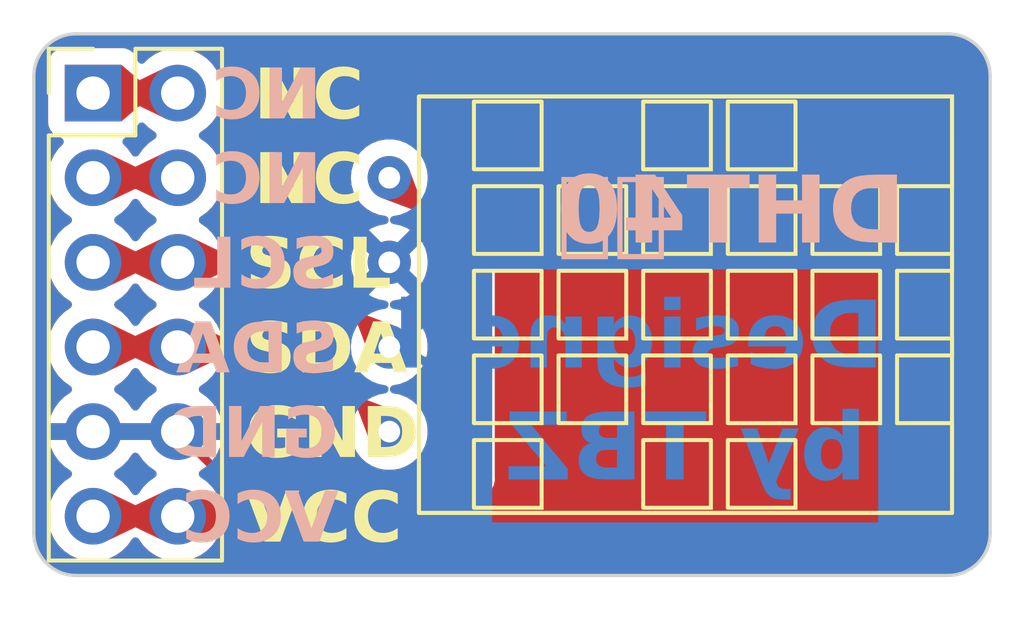
<source format=kicad_pcb>
(kicad_pcb (version 20221018) (generator pcbnew)
  (layers (0 "F.Cu" signal) (31 "B.Cu" signal) (34 "B.Paste" user) (35 "F.Paste" user) (36 "B.SilkS" user "B.Silkscreen") (37 "F.SilkS" user "F.Silkscreen") (38 "B.Mask" user) (39 "F.Mask" user) (44 "Edge.Cuts" user))
  (net 0 "")
  (net 1 "/PMOD IIC/IO1")
  (net 2 "/PMOD IIC/IO2")
  (net 3 "/PMOD IIC/SCL")
  (net 4 "/PMOD IIC/SDA")
  (net 5 "/PMOD IIC/GND")
  (net 6 "/PMOD IIC/VCC")
  (footprint "my_footprint:SHT40_带壳" (layer "F.Cu") (at 109.22 62.23 -90)
    (fp_text reference "U1" hide)
    (fp_text value "~")
    (fp_line (start -6.25 -8) (end -6.25 8) (stroke (width 0.12)) (layer "F.SilkS"))
    (fp_line (start -6.25 8) (end 6.25 8) (stroke (width 0.12)) (layer "F.SilkS"))
    (fp_line (start -3.556 -8.001) (end -6.25 -8) (stroke (width 0.12)) (layer "F.SilkS"))
    (fp_line (start -3.556 -6.35) (end -3.556 -8.001) (stroke (width 0.12)) (layer "F.SilkS"))
    (fp_line (start -1.524 -8.001) (end -1.524 -6.35) (stroke (width 0.12)) (layer "F.SilkS"))
    (fp_line (start -1.524 -6.35) (end -3.556 -6.35) (stroke (width 0.12)) (layer "F.SilkS"))
    (fp_line (start -1.016 -8.001) (end -1.524 -8.001) (stroke (width 0.12)) (layer "F.SilkS"))
    (fp_line (start -1.016 -6.35) (end -1.016 -8.001) (stroke (width 0.12)) (layer "F.SilkS"))
    (fp_line (start 1.016 -8.001) (end 1.016 -6.35) (stroke (width 0.12)) (layer "F.SilkS"))
    (fp_line (start 1.016 -6.35) (end -1.016 -6.35) (stroke (width 0.12)) (layer "F.SilkS"))
    (fp_line (start 1.524 -8.001) (end 1.016 -8.001) (stroke (width 0.12)) (layer "F.SilkS"))
    (fp_line (start 1.524 -6.35) (end 1.524 -8.001) (stroke (width 0.12)) (layer "F.SilkS"))
    (fp_line (start 3.556 -8.001) (end 3.556 -6.35) (stroke (width 0.12)) (layer "F.SilkS"))
    (fp_line (start 3.556 -6.35) (end 1.524 -6.35) (stroke (width 0.12)) (layer "F.SilkS"))
    (fp_line (start 6.25 -8) (end 3.556 -8.001) (stroke (width 0.12)) (layer "F.SilkS"))
    (fp_line (start 6.25 8) (end 6.25 -8) (stroke (width 0.12)) (layer "F.SilkS"))
    (fp_rect (start -6.25 -8) (end 6.25 8) (stroke (width 0.12)) (fill none) (layer "F.SilkS"))
    (fp_rect (start -4.064 -3.302) (end -6.096 -1.27) (stroke (width 0.12)) (fill none) (layer "F.SilkS"))
    (fp_rect (start -4.064 -0.762) (end -6.096 1.27) (stroke (width 0.12)) (fill none) (layer "F.SilkS"))
    (fp_rect (start -4.064 4.318) (end -6.096 6.35) (stroke (width 0.12)) (fill none) (layer "F.SilkS"))
    (fp_rect (start -1.524 -5.842) (end -3.556 -3.81) (stroke (width 0.12)) (fill none) (layer "F.SilkS"))
    (fp_rect (start -1.524 -3.302) (end -3.556 -1.27) (stroke (width 0.12)) (fill none) (layer "F.SilkS"))
    (fp_rect (start -1.524 -0.762) (end -3.556 1.27) (stroke (width 0.12)) (fill none) (layer "F.SilkS"))
    (fp_rect (start -1.524 1.778) (end -3.556 3.81) (stroke (width 0.12)) (fill none) (layer "F.SilkS"))
    (fp_rect (start -1.524 4.318) (end -3.556 6.35) (stroke (width 0.12)) (fill none) (layer "F.SilkS"))
    (fp_rect (start 1.016 -5.842) (end -1.016 -3.81) (stroke (width 0.12)) (fill none) (layer "F.SilkS"))
    (fp_rect (start 1.016 -3.302) (end -1.016 -1.27) (stroke (width 0.12)) (fill none) (layer "F.SilkS"))
    (fp_rect (start 1.016 -0.762) (end -1.016 1.27) (stroke (width 0.12)) (fill none) (layer "F.SilkS"))
    (fp_rect (start 1.016 1.778) (end -1.016 3.81) (stroke (width 0.12)) (fill none) (layer "F.SilkS"))
    (fp_rect (start 1.016 4.318) (end -1.016 6.35) (stroke (width 0.12)) (fill none) (layer "F.SilkS"))
    (fp_rect (start 3.556 -5.842) (end 1.524 -3.81) (stroke (width 0.12)) (fill none) (layer "F.SilkS"))
    (fp_rect (start 3.556 -3.302) (end 1.524 -1.27) (stroke (width 0.12)) (fill none) (layer "F.SilkS"))
    (fp_rect (start 3.556 -0.762) (end 1.524 1.27) (stroke (width 0.12)) (fill none) (layer "F.SilkS"))
    (fp_rect (start 3.556 1.778) (end 1.524 3.81) (stroke (width 0.12)) (fill none) (layer "F.SilkS"))
    (fp_rect (start 3.556 4.318) (end 1.524 6.35) (stroke (width 0.12)) (fill none) (layer "F.SilkS"))
    (fp_rect (start 6.096 -3.302) (end 4.064 -1.27) (stroke (width 0.12)) (fill none) (layer "F.SilkS"))
    (fp_rect (start 6.096 -0.762) (end 4.064 1.27) (stroke (width 0.12)) (fill none) (layer "F.SilkS"))
    (fp_rect (start 6.096 4.318) (end 4.064 6.35) (stroke (width 0.12)) (fill none) (layer "F.SilkS"))
    (pad "1" thru_hole circle (at -3.81 8.89 270) (size 1.3 1.3) (drill 0.65) (layers "*.Cu" "*.Mask") (net 6 "/PMOD IIC/VCC"))
    (pad "2" thru_hole circle (at -1.27 8.89 270) (size 1.3 1.3) (drill 0.65) (layers "*.Cu" "*.Mask") (net 5 "/PMOD IIC/GND"))
    (pad "3" thru_hole circle (at 1.27 8.89 270) (size 1.3 1.3) (drill 0.65) (layers "*.Cu" "*.Mask") (net 3 "/PMOD IIC/SCL"))
    (pad "4" thru_hole circle (at 3.81 8.89 270) (size 1.3 1.3) (drill 0.65) (layers "*.Cu" "*.Mask") (net 4 "/PMOD IIC/SDA"))
  )
  (footprint "my_connector:PMOD-Peripheral" (layer "F.Cu") (at 92.855 62.205)
    (fp_text reference "J1" hide)
    (fp_text value "Conn_02x06_Top_Bottom" hide)
    (fp_line (start -2.745 -7.655) (end -2.745 -6.325) (stroke (width 0.12)) (layer "F.SilkS"))
    (fp_line (start -2.745 -5.055) (end -2.745 7.705) (stroke (width 0.12)) (layer "F.SilkS"))
    (fp_line (start -1.415 -7.655) (end -2.745 -7.655) (stroke (width 0.12)) (layer "F.SilkS"))
    (fp_line (start -0.145 -7.655) (end -0.145 -5.055) (stroke (width 0.12)) (layer "F.SilkS"))
    (fp_line (start -0.145 -5.055) (end -2.745 -5.055) (stroke (width 0.12)) (layer "F.SilkS"))
    (fp_line (start 2.455 -7.655) (end -0.145 -7.655) (stroke (width 0.12)) (layer "F.SilkS"))
    (fp_line (start 2.455 -7.655) (end 2.455 7.705) (stroke (width 0.12)) (layer "F.SilkS"))
    (fp_line (start 2.455 7.705) (end -2.745 7.705) (stroke (width 0.12)) (layer "F.SilkS"))
    (pad "1" thru_hole rect (at -1.415 -6.325) (size 1.7 1.7) (drill 1) (layers "*.Cu" "*.Mask") (net 1 "/PMOD IIC/IO1"))
    (pad "2" thru_hole oval (at -1.415 -3.785) (size 1.7 1.7) (drill 1) (layers "*.Cu" "*.Mask") (net 2 "/PMOD IIC/IO2"))
    (pad "3" thru_hole oval (at -1.415 -1.245) (size 1.7 1.7) (drill 1) (layers "*.Cu" "*.Mask") (net 3 "/PMOD IIC/SCL"))
    (pad "4" thru_hole oval (at -1.415 1.295) (size 1.7 1.7) (drill 1) (layers "*.Cu" "*.Mask") (net 4 "/PMOD IIC/SDA"))
    (pad "5" thru_hole oval (at -1.415 3.835) (size 1.7 1.7) (drill 1) (layers "*.Cu" "*.Mask") (net 5 "/PMOD IIC/GND"))
    (pad "6" thru_hole oval (at -1.415 6.375) (size 1.7 1.7) (drill 1) (layers "*.Cu" "*.Mask") (net 6 "/PMOD IIC/VCC"))
    (pad "7" thru_hole oval (at 1.125 -6.325) (size 1.7 1.7) (drill 1) (layers "*.Cu" "*.Mask") (net 1 "/PMOD IIC/IO1"))
    (pad "8" thru_hole oval (at 1.125 -3.785) (size 1.7 1.7) (drill 1) (layers "*.Cu" "*.Mask") (net 2 "/PMOD IIC/IO2"))
    (pad "9" thru_hole oval (at 1.125 -1.245 180) (size 1.7 1.7) (drill 1) (layers "*.Cu" "*.Mask") (net 3 "/PMOD IIC/SCL"))
    (pad "10" thru_hole oval (at 1.125 1.295) (size 1.7 1.7) (drill 1) (layers "*.Cu" "*.Mask") (net 4 "/PMOD IIC/SDA"))
    (pad "11" thru_hole oval (at 1.125 3.835) (size 1.7 1.7) (drill 1) (layers "*.Cu" "*.Mask") (net 5 "/PMOD IIC/GND"))
    (pad "12" thru_hole oval (at 1.125 6.375) (size 1.7 1.7) (drill 1) (layers "*.Cu" "*.Mask") (net 6 "/PMOD IIC/VCC"))
  )
  (gr_line (start 90.932 54.102) (end 117.094 54.102) (stroke (width 0.1)) (layer "Edge.Cuts"))
  (gr_line (start 89.662 69.088) (end 89.662 55.372) (stroke (width 0.1)) (layer "Edge.Cuts"))
  (gr_arc (start 90.932 70.358) (mid 90.033974 69.986026) (end 89.662 69.088) (stroke (width 0.1)) (layer "Edge.Cuts"))
  (gr_arc (start 118.364 69.088) (mid 117.992026 69.986026) (end 117.094 70.358) (stroke (width 0.1)) (layer "Edge.Cuts"))
  (gr_arc (start 89.662 55.372) (mid 90.033974 54.473974) (end 90.932 54.102) (stroke (width 0.1)) (layer "Edge.Cuts"))
  (gr_line (start 117.094 70.358) (end 90.932 70.358) (stroke (width 0.1)) (layer "Edge.Cuts"))
  (gr_line (start 118.364 55.372) (end 118.364 69.088) (stroke (width 0.1)) (layer "Edge.Cuts"))
  (gr_arc (start 117.094 54.102) (mid 117.992026 54.473974) (end 118.364 55.372) (stroke (width 0.1)) (layer "Edge.Cuts"))
  (gr_text "@Designed\nby TBZ" (at 109.22 67.818) (layer "B.Cu") (effects (font (size 2 2) (thickness 0.3) bold) (justify bottom mirror)))
  (gr_text "SDA" (at 98.806 64.516) (layer "B.SilkS") (effects (font (size 1.5 1.5) (thickness 0.3) bold) (justify left bottom mirror)))
  (gr_text "NC" (at 98.298 59.436) (layer "B.SilkS") (effects (font (size 1.5 1.5) (thickness 0.3) bold) (justify left bottom mirror)))
  (gr_text "SCL" (at 98.806 61.976) (layer "B.SilkS") (effects (font (size 1.5 1.5) (thickness 0.3) bold) (justify left bottom mirror)))
  (gr_text "NC" (at 98.298 56.896) (layer "B.SilkS") (effects (font (size 1.5 1.5) (thickness 0.3) bold) (justify left bottom mirror)))
  (gr_text "DHT40" (at 115.824 60.706) (layer "B.SilkS") (effects (font (size 2 2) (thickness 0.3) bold) (justify left bottom mirror)))
  (gr_text "模块" (at 108.712 60.706) (layer "B.SilkS") (effects (font (size 2 2) (thickness 0.4) bold) (justify left bottom mirror)))
  (gr_text "GND" (at 98.806 67.056) (layer "B.SilkS") (effects (font (size 1.5 1.5) (thickness 0.3) bold) (justify left bottom mirror)))
  (gr_text "VCC" (at 98.806 69.596) (layer "B.SilkS") (effects (font (size 1.5 1.5) (thickness 0.3) bold) (justify left bottom mirror)))
  (gr_text "NC" (at 96.266 59.436) (layer "F.SilkS") (effects (font (size 1.5 1.5) (thickness 0.3) bold) (justify left bottom)))
  (gr_text "GND" (at 96.012 67.056) (layer "F.SilkS") (effects (font (size 1.5 1.5) (thickness 0.3) bold) (justify left bottom)))
  (gr_text "SDA" (at 96.012 64.516) (layer "F.SilkS") (effects (font (size 1.5 1.5) (thickness 0.3) bold) (justify left bottom)))
  (gr_text "NC" (at 96.266 56.896) (layer "F.SilkS") (effects (font (size 1.5 1.5) (thickness 0.3) bold) (justify left bottom)))
  (gr_text "VCC" (at 96.012 69.596) (layer "F.SilkS") (effects (font (size 1.5 1.5) (thickness 0.3) bold) (justify left bottom)))
  (gr_text "SCL" (at 96.012 61.976) (layer "F.SilkS") (effects (font (size 1.5 1.5) (thickness 0.3) bold) (justify left bottom)))
  (segment (start 91.44 55.88) (end 93.98 55.88) (width 0.25) (layer "F.Cu") (net 1))
  (segment (start 93.98 58.42) (end 91.44 58.42) (width 0.25) (layer "F.Cu") (net 2))
  (segment (start 93.98 60.96) (end 97.79 60.96) (width 0.25) (layer "F.Cu") (net 3))
  (segment (start 91.44 60.96) (end 93.98 60.96) (width 0.25) (layer "F.Cu") (net 3))
  (segment (start 97.79 60.96) (end 100.33 63.5) (width 0.25) (layer "F.Cu") (net 3))
  (segment (start 93.98 63.5) (end 91.44 63.5) (width 0.25) (layer "F.Cu") (net 4))
  (segment (start 93.98 63.5) (end 97.79 63.5) (width 0.25) (layer "F.Cu") (net 4))
  (segment (start 97.79 63.5) (end 100.33 66.04) (width 0.25) (layer "F.Cu") (net 4))
  (segment (start 95.25 67.31) (end 93.98 66.04) (width 0.25) (layer "F.Cu") (net 5))
  (segment (start 93.98 66.04) (end 91.44 66.04) (width 0.25) (layer "F.Cu") (net 5))
  (segment (start 101.6 67.31) (end 95.25 67.31) (width 0.25) (layer "F.Cu") (net 5))
  (segment (start 100.33 60.96) (end 101.6 62.23) (width 0.25) (layer "F.Cu") (net 5))
  (segment (start 101.6 62.23) (end 101.6 67.31) (width 0.25) (layer "F.Cu") (net 5))
  (segment (start 91.44 68.58) (end 93.98 68.58) (width 0.25) (layer "F.Cu") (net 6))
  (segment (start 101.727 68.58) (end 102.87 67.437) (width 0.25) (layer "F.Cu") (net 6))
  (segment (start 102.87 60.96) (end 100.33 58.42) (width 0.25) (layer "F.Cu") (net 6))
  (segment (start 93.98 68.58) (end 101.727 68.58) (width 0.25) (layer "F.Cu") (net 6))
  (segment (start 102.87 67.437) (end 102.87 60.96) (width 0.25) (layer "F.Cu") (net 6))
  (zone (net 5) (net_name "/PMOD IIC/GND") (layers "F&B.Cu") (connect_pads (clearance 0.5)) (min_thickness 0.25) (fill yes (thermal_gap 0.5) (thermal_bridge_width 0.5) (island_removal_mode 1) (island_area_min 10))
    (polygon (pts (xy 88.646 53.086) (xy 119.38 53.086) (xy 119.38 71.628) (xy 88.646 71.628)))
  )
)
</source>
